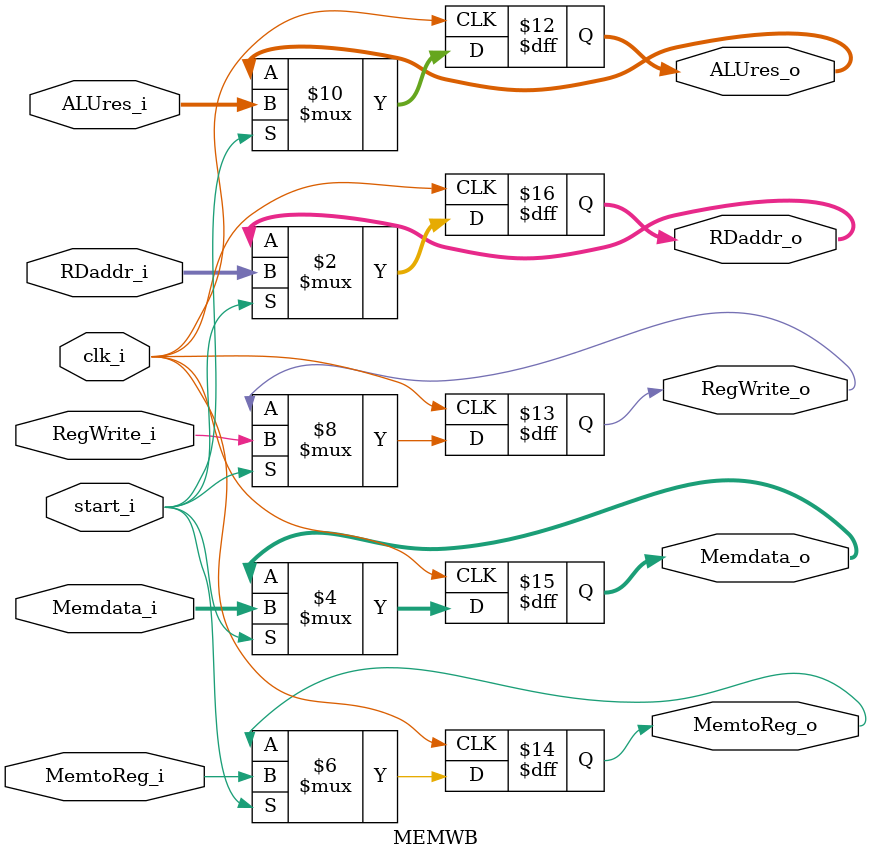
<source format=v>
module MEMWB
(
    clk_i,
    start_i,
    
    ALUres_i,
    RegWrite_i,
    MemtoReg_i,
    Memdata_i,
    RDaddr_i,
    
    ALUres_o,
    RegWrite_o,
    MemtoReg_o,
    Memdata_o,
    RDaddr_o
);

// Ports
input               clk_i;
input               start_i;
input   [31:0]      ALUres_i;
input               RegWrite_i;
input               MemtoReg_i;
input   [31:0]      Memdata_i;
input   [4:0]       RDaddr_i;

output  [31:0]       ALUres_o;
output              RegWrite_o;
output              MemtoReg_o;
output  [31:0]      Memdata_o;
output  [4:0]       RDaddr_o;

reg     [31:0]       ALUres_o;
reg                 RegWrite_o;
reg                 MemtoReg_o;
reg     [31:0]      Memdata_o;
reg     [4:0]       RDaddr_o;

always@(posedge clk_i) begin
    if(start_i) begin
        ALUres_o <= ALUres_i;
        RegWrite_o <= RegWrite_i;
        MemtoReg_o <= MemtoReg_i;
        Memdata_o <= Memdata_i;
        RDaddr_o <= RDaddr_i;
    end
end

endmodule

</source>
